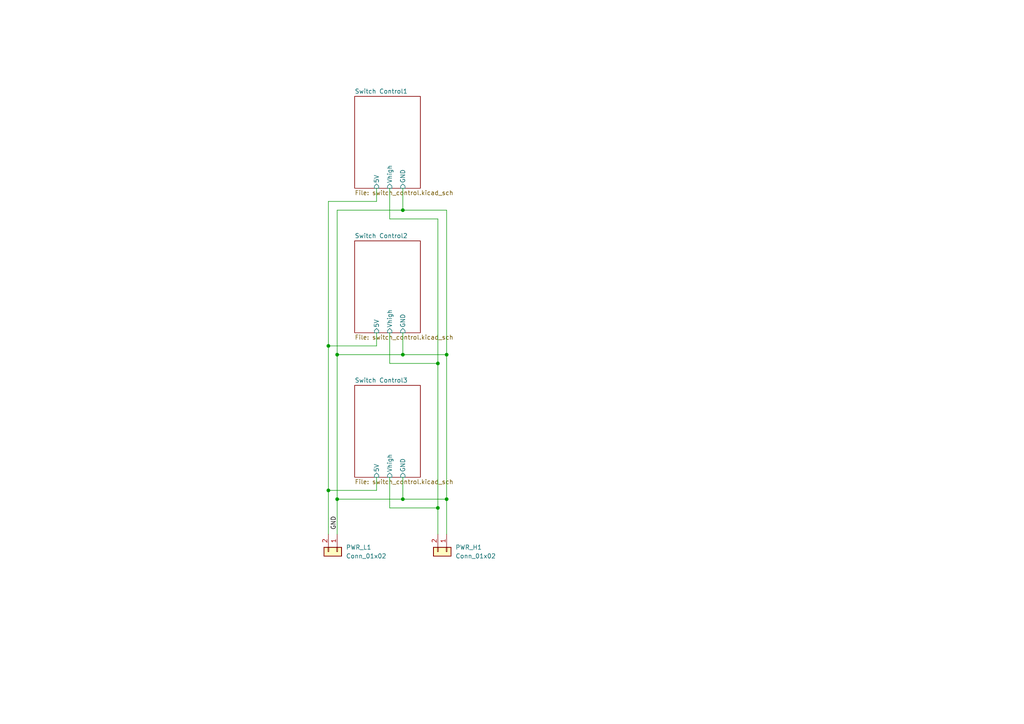
<source format=kicad_sch>
(kicad_sch (version 20211123) (generator eeschema)

  (uuid c4a8850d-60fb-4f74-b15c-f5d2234baa6f)

  (paper "A4")

  (title_block
    (title "Switch Matrix Distribution Board")
    (date "2022-06-08")
    (rev "1.2")
  )

  (lib_symbols
    (symbol "Conn_01x02_1" (pin_names (offset 1.016) hide) (in_bom yes) (on_board yes)
      (property "Reference" "J" (id 0) (at 0 2.54 0)
        (effects (font (size 1.27 1.27)))
      )
      (property "Value" "Conn_01x02_1" (id 1) (at 0 -5.08 0)
        (effects (font (size 1.27 1.27)))
      )
      (property "Footprint" "" (id 2) (at 0 0 0)
        (effects (font (size 1.27 1.27)) hide)
      )
      (property "Datasheet" "~" (id 3) (at 0 0 0)
        (effects (font (size 1.27 1.27)) hide)
      )
      (property "ki_keywords" "connector" (id 4) (at 0 0 0)
        (effects (font (size 1.27 1.27)) hide)
      )
      (property "ki_description" "Generic connector, single row, 01x02, script generated (kicad-library-utils/schlib/autogen/connector/)" (id 5) (at 0 0 0)
        (effects (font (size 1.27 1.27)) hide)
      )
      (property "ki_fp_filters" "Connector*:*_1x??_*" (id 6) (at 0 0 0)
        (effects (font (size 1.27 1.27)) hide)
      )
      (symbol "Conn_01x02_1_1_1"
        (rectangle (start -1.27 -2.413) (end 0 -2.667)
          (stroke (width 0.1524) (type default) (color 0 0 0 0))
          (fill (type none))
        )
        (rectangle (start -1.27 0.127) (end 0 -0.127)
          (stroke (width 0.1524) (type default) (color 0 0 0 0))
          (fill (type none))
        )
        (rectangle (start -1.27 1.27) (end 1.27 -3.81)
          (stroke (width 0.254) (type default) (color 0 0 0 0))
          (fill (type background))
        )
        (pin passive line (at -5.08 0 0) (length 3.81)
          (name "Pin_1" (effects (font (size 1.27 1.27))))
          (number "1" (effects (font (size 1.27 1.27))))
        )
        (pin passive line (at -5.08 -2.54 0) (length 3.81)
          (name "Pin_2" (effects (font (size 1.27 1.27))))
          (number "2" (effects (font (size 1.27 1.27))))
        )
      )
    )
    (symbol "Connector_Generic:Conn_01x02" (pin_names (offset 1.016) hide) (in_bom yes) (on_board yes)
      (property "Reference" "J" (id 0) (at 0 2.54 0)
        (effects (font (size 1.27 1.27)))
      )
      (property "Value" "Conn_01x02" (id 1) (at 0 -5.08 0)
        (effects (font (size 1.27 1.27)))
      )
      (property "Footprint" "" (id 2) (at 0 0 0)
        (effects (font (size 1.27 1.27)) hide)
      )
      (property "Datasheet" "~" (id 3) (at 0 0 0)
        (effects (font (size 1.27 1.27)) hide)
      )
      (property "ki_keywords" "connector" (id 4) (at 0 0 0)
        (effects (font (size 1.27 1.27)) hide)
      )
      (property "ki_description" "Generic connector, single row, 01x02, script generated (kicad-library-utils/schlib/autogen/connector/)" (id 5) (at 0 0 0)
        (effects (font (size 1.27 1.27)) hide)
      )
      (property "ki_fp_filters" "Connector*:*_1x??_*" (id 6) (at 0 0 0)
        (effects (font (size 1.27 1.27)) hide)
      )
      (symbol "Conn_01x02_1_1"
        (rectangle (start -1.27 -2.413) (end 0 -2.667)
          (stroke (width 0.1524) (type default) (color 0 0 0 0))
          (fill (type none))
        )
        (rectangle (start -1.27 0.127) (end 0 -0.127)
          (stroke (width 0.1524) (type default) (color 0 0 0 0))
          (fill (type none))
        )
        (rectangle (start -1.27 1.27) (end 1.27 -3.81)
          (stroke (width 0.254) (type default) (color 0 0 0 0))
          (fill (type background))
        )
        (pin passive line (at -5.08 0 0) (length 3.81)
          (name "Pin_1" (effects (font (size 1.27 1.27))))
          (number "1" (effects (font (size 1.27 1.27))))
        )
        (pin passive line (at -5.08 -2.54 0) (length 3.81)
          (name "Pin_2" (effects (font (size 1.27 1.27))))
          (number "2" (effects (font (size 1.27 1.27))))
        )
      )
    )
  )

  (junction (at 116.84 60.96) (diameter 0) (color 0 0 0 0)
    (uuid 128ce38b-ea48-45a3-a697-a9b6f45af4d6)
  )
  (junction (at 97.79 102.87) (diameter 0) (color 0 0 0 0)
    (uuid 304a5a87-9cd2-4b7f-a1cc-bae0d45566de)
  )
  (junction (at 116.84 102.87) (diameter 0) (color 0 0 0 0)
    (uuid 33adcd3b-3acc-464f-9929-20c47c58c73f)
  )
  (junction (at 116.84 144.78) (diameter 0) (color 0 0 0 0)
    (uuid 4def8ace-c3a1-494e-96b6-c2dff80eb0b9)
  )
  (junction (at 95.25 100.33) (diameter 0) (color 0 0 0 0)
    (uuid 53df3cf8-c1c6-4ae7-b43d-35b59736d654)
  )
  (junction (at 129.54 144.78) (diameter 0) (color 0 0 0 0)
    (uuid 86e9dbf0-db68-457c-bb9d-7708e8f6e62a)
  )
  (junction (at 95.25 142.24) (diameter 0) (color 0 0 0 0)
    (uuid b0e27687-0dad-4a49-b922-5a9d615efd8a)
  )
  (junction (at 129.54 102.87) (diameter 0) (color 0 0 0 0)
    (uuid c05979c4-f65d-4f68-aa1e-74db7e8e82fc)
  )
  (junction (at 127 147.32) (diameter 0) (color 0 0 0 0)
    (uuid cf11b71d-58ba-469b-9214-b51249443fc1)
  )
  (junction (at 97.79 144.78) (diameter 0) (color 0 0 0 0)
    (uuid d2d15236-b737-4cbc-b755-2f82724250ad)
  )
  (junction (at 127 105.41) (diameter 0) (color 0 0 0 0)
    (uuid e6fe552c-5af2-435d-ab28-7e2c6b9902e1)
  )

  (wire (pts (xy 97.79 102.87) (xy 116.84 102.87))
    (stroke (width 0) (type default) (color 0 0 0 0))
    (uuid 1c728225-5dcd-4e04-9dfb-d025cc58e489)
  )
  (wire (pts (xy 129.54 144.78) (xy 116.84 144.78))
    (stroke (width 0) (type default) (color 0 0 0 0))
    (uuid 1fc87da7-940e-44c2-9be3-ae0913fff5a9)
  )
  (wire (pts (xy 127 63.5) (xy 113.03 63.5))
    (stroke (width 0) (type default) (color 0 0 0 0))
    (uuid 27927d79-2483-4196-a8ca-00d1d7681268)
  )
  (wire (pts (xy 127 147.32) (xy 127 105.41))
    (stroke (width 0) (type default) (color 0 0 0 0))
    (uuid 35598a0a-938b-45e4-b8a4-322688c6066d)
  )
  (wire (pts (xy 109.22 100.33) (xy 109.22 96.52))
    (stroke (width 0) (type default) (color 0 0 0 0))
    (uuid 369fd737-a6f2-41e1-90fe-7bf386b976a4)
  )
  (wire (pts (xy 95.25 154.94) (xy 95.25 142.24))
    (stroke (width 0) (type default) (color 0 0 0 0))
    (uuid 380806df-b4d2-4b87-866d-255f1c190adc)
  )
  (wire (pts (xy 109.22 138.43) (xy 109.22 142.24))
    (stroke (width 0) (type default) (color 0 0 0 0))
    (uuid 43342d1a-129c-469b-b657-6effe0d90d21)
  )
  (wire (pts (xy 95.25 58.42) (xy 95.25 100.33))
    (stroke (width 0) (type default) (color 0 0 0 0))
    (uuid 49cb7eb5-7413-409f-b021-4e9318aaf62f)
  )
  (wire (pts (xy 109.22 54.61) (xy 109.22 58.42))
    (stroke (width 0) (type default) (color 0 0 0 0))
    (uuid 56541bf4-ba5e-4e44-95f7-6ae34a75d949)
  )
  (wire (pts (xy 95.25 142.24) (xy 95.25 100.33))
    (stroke (width 0) (type default) (color 0 0 0 0))
    (uuid 669ce492-6524-442a-b751-14c0698a8a3b)
  )
  (wire (pts (xy 97.79 144.78) (xy 116.84 144.78))
    (stroke (width 0) (type default) (color 0 0 0 0))
    (uuid 6893c981-3da8-4648-86aa-e5eb680ee7a7)
  )
  (wire (pts (xy 129.54 102.87) (xy 116.84 102.87))
    (stroke (width 0) (type default) (color 0 0 0 0))
    (uuid 78979a69-d70b-4906-a047-e611a11cf551)
  )
  (wire (pts (xy 109.22 142.24) (xy 95.25 142.24))
    (stroke (width 0) (type default) (color 0 0 0 0))
    (uuid 8e748fa4-f244-4f43-af80-37a1338bd702)
  )
  (wire (pts (xy 129.54 144.78) (xy 129.54 102.87))
    (stroke (width 0) (type default) (color 0 0 0 0))
    (uuid 98b73a0c-bda9-405a-a04e-ffea3b920641)
  )
  (wire (pts (xy 116.84 96.52) (xy 116.84 102.87))
    (stroke (width 0) (type default) (color 0 0 0 0))
    (uuid 9ac0994b-55e5-42ca-8065-b986b986e301)
  )
  (wire (pts (xy 97.79 102.87) (xy 97.79 144.78))
    (stroke (width 0) (type default) (color 0 0 0 0))
    (uuid 9b1b6307-c57c-4aef-8784-e2f140bfd02c)
  )
  (wire (pts (xy 127 147.32) (xy 113.03 147.32))
    (stroke (width 0) (type default) (color 0 0 0 0))
    (uuid af79b3c8-865b-47bc-8320-0a66acc8fd50)
  )
  (wire (pts (xy 116.84 60.96) (xy 116.84 54.61))
    (stroke (width 0) (type default) (color 0 0 0 0))
    (uuid b6dc5181-3180-45bc-99e3-2f6f90414d4f)
  )
  (wire (pts (xy 129.54 102.87) (xy 129.54 60.96))
    (stroke (width 0) (type default) (color 0 0 0 0))
    (uuid b8b2b30a-d599-4d10-a8fd-1cb4fabed28d)
  )
  (wire (pts (xy 127 154.94) (xy 127 147.32))
    (stroke (width 0) (type default) (color 0 0 0 0))
    (uuid c5d1e755-535b-4671-8c13-0440c7e2a54c)
  )
  (wire (pts (xy 113.03 63.5) (xy 113.03 54.61))
    (stroke (width 0) (type default) (color 0 0 0 0))
    (uuid c8ef1dbe-6084-46f1-9149-468249f70bf2)
  )
  (wire (pts (xy 116.84 138.43) (xy 116.84 144.78))
    (stroke (width 0) (type default) (color 0 0 0 0))
    (uuid ca20893e-c3d4-4c3a-ac22-175cfe9e4cc1)
  )
  (wire (pts (xy 97.79 60.96) (xy 116.84 60.96))
    (stroke (width 0) (type default) (color 0 0 0 0))
    (uuid ca26c147-21ec-48d6-b4d2-f91c9682f6eb)
  )
  (wire (pts (xy 113.03 105.41) (xy 113.03 96.52))
    (stroke (width 0) (type default) (color 0 0 0 0))
    (uuid d1bdf59b-cd38-44c9-b512-afc061d7ad15)
  )
  (wire (pts (xy 127 105.41) (xy 113.03 105.41))
    (stroke (width 0) (type default) (color 0 0 0 0))
    (uuid d78bdc25-e8f6-4579-b5a5-dc352d144bbe)
  )
  (wire (pts (xy 129.54 60.96) (xy 116.84 60.96))
    (stroke (width 0) (type default) (color 0 0 0 0))
    (uuid dd6baa86-7642-4a46-a54f-30154c7fa0c1)
  )
  (wire (pts (xy 97.79 60.96) (xy 97.79 102.87))
    (stroke (width 0) (type default) (color 0 0 0 0))
    (uuid df3e9aa7-f272-4bcc-bd95-86633e9e0d03)
  )
  (wire (pts (xy 113.03 138.43) (xy 113.03 147.32))
    (stroke (width 0) (type default) (color 0 0 0 0))
    (uuid e8c09ec4-b120-4c6b-904f-5ce1c6f746cd)
  )
  (wire (pts (xy 95.25 100.33) (xy 109.22 100.33))
    (stroke (width 0) (type default) (color 0 0 0 0))
    (uuid e975054c-b509-455e-90df-abd44bc9b4fb)
  )
  (wire (pts (xy 97.79 154.94) (xy 97.79 144.78))
    (stroke (width 0) (type default) (color 0 0 0 0))
    (uuid e9e7d201-7302-453b-aa3f-a26a74b038b9)
  )
  (wire (pts (xy 129.54 154.94) (xy 129.54 144.78))
    (stroke (width 0) (type default) (color 0 0 0 0))
    (uuid f310c823-5f15-4148-9d79-b4bb2091af43)
  )
  (wire (pts (xy 109.22 58.42) (xy 95.25 58.42))
    (stroke (width 0) (type default) (color 0 0 0 0))
    (uuid f578df0f-0e4f-4cc1-ad1e-25175a7ffd93)
  )
  (wire (pts (xy 127 105.41) (xy 127 63.5))
    (stroke (width 0) (type default) (color 0 0 0 0))
    (uuid fd439239-b2d2-4ccc-ba78-e868230a9747)
  )

  (label "GND" (at 97.79 153.67 90)
    (effects (font (size 1.27 1.27)) (justify left bottom))
    (uuid 6c3d0028-29a8-41a3-800f-e293a3c97ebd)
  )

  (symbol (lib_name "Conn_01x02_1") (lib_id "Connector_Generic:Conn_01x02") (at 129.54 160.02 270) (unit 1)
    (in_bom yes) (on_board yes) (fields_autoplaced)
    (uuid 10a3ef23-c80d-4584-b361-11a41113e976)
    (property "Reference" "PWR_H1" (id 0) (at 132.08 158.7499 90)
      (effects (font (size 1.27 1.27)) (justify left))
    )
    (property "Value" "Conn_01x02" (id 1) (at 132.08 161.2899 90)
      (effects (font (size 1.27 1.27)) (justify left))
    )
    (property "Footprint" "Connector_PinHeader_2.54mm:PinHeader_1x02_P2.54mm_Vertical" (id 2) (at 129.54 160.02 0)
      (effects (font (size 1.27 1.27)) hide)
    )
    (property "Datasheet" "~" (id 3) (at 129.54 160.02 0)
      (effects (font (size 1.27 1.27)) hide)
    )
    (pin "1" (uuid e2324a93-43e0-408e-ab91-bd2b4fe5050b))
    (pin "2" (uuid c5cde163-c2ef-400c-b374-fbc174ecefa1))
  )

  (symbol (lib_id "Connector_Generic:Conn_01x02") (at 97.79 160.02 270) (unit 1)
    (in_bom yes) (on_board yes) (fields_autoplaced)
    (uuid 761053ad-7966-411e-acc9-a4c75833af40)
    (property "Reference" "PWR_L1" (id 0) (at 100.33 158.7499 90)
      (effects (font (size 1.27 1.27)) (justify left))
    )
    (property "Value" "Conn_01x02" (id 1) (at 100.33 161.2899 90)
      (effects (font (size 1.27 1.27)) (justify left))
    )
    (property "Footprint" "Connector_PinHeader_2.54mm:PinHeader_1x02_P2.54mm_Vertical" (id 2) (at 97.79 160.02 0)
      (effects (font (size 1.27 1.27)) hide)
    )
    (property "Datasheet" "~" (id 3) (at 97.79 160.02 0)
      (effects (font (size 1.27 1.27)) hide)
    )
    (pin "1" (uuid 41a373f9-6b0e-4767-8937-df31b9185a5e))
    (pin "2" (uuid b3e6a64d-5852-4f6f-8986-1b6045d00a0d))
  )

  (sheet (at 102.87 111.76) (size 19.05 26.67) (fields_autoplaced)
    (stroke (width 0.1524) (type solid) (color 0 0 0 0))
    (fill (color 0 0 0 0.0000))
    (uuid 8ddb2271-93fc-4694-aade-89b76d5aba31)
    (property "Sheet name" "Switch Control3" (id 0) (at 102.87 111.0484 0)
      (effects (font (size 1.27 1.27)) (justify left bottom))
    )
    (property "Sheet file" "switch_control.kicad_sch" (id 1) (at 102.87 139.0146 0)
      (effects (font (size 1.27 1.27)) (justify left top))
    )
    (pin "Vhigh" input (at 113.03 138.43 270)
      (effects (font (size 1.27 1.27)) (justify left))
      (uuid c425d98a-06a7-499e-a350-c9cdbed183c4)
    )
    (pin "GND" input (at 116.84 138.43 270)
      (effects (font (size 1.27 1.27)) (justify left))
      (uuid 1bea37a5-5f63-4f7b-99c8-07c0bb040710)
    )
    (pin "5V" input (at 109.22 138.43 270)
      (effects (font (size 1.27 1.27)) (justify left))
      (uuid 963d5d8d-cabe-43bb-a4e6-a413facec24f)
    )
  )

  (sheet (at 102.87 27.94) (size 19.05 26.67) (fields_autoplaced)
    (stroke (width 0.1524) (type solid) (color 0 0 0 0))
    (fill (color 0 0 0 0.0000))
    (uuid c678c29a-9992-4ed2-9b3b-0872feefb35b)
    (property "Sheet name" "Switch Control1" (id 0) (at 102.87 27.2284 0)
      (effects (font (size 1.27 1.27)) (justify left bottom))
    )
    (property "Sheet file" "switch_control.kicad_sch" (id 1) (at 102.87 55.1946 0)
      (effects (font (size 1.27 1.27)) (justify left top))
    )
    (pin "Vhigh" input (at 113.03 54.61 270)
      (effects (font (size 1.27 1.27)) (justify left))
      (uuid cdde4afd-5bfe-461e-aacd-443ebcc7c177)
    )
    (pin "GND" input (at 116.84 54.61 270)
      (effects (font (size 1.27 1.27)) (justify left))
      (uuid be0c6e23-ecb3-4de1-a28b-e0a2431a93ca)
    )
    (pin "5V" input (at 109.22 54.61 270)
      (effects (font (size 1.27 1.27)) (justify left))
      (uuid 22de0d6d-6f90-417d-8840-e1ee93d07ff5)
    )
  )

  (sheet (at 102.87 69.85) (size 19.05 26.67) (fields_autoplaced)
    (stroke (width 0.1524) (type solid) (color 0 0 0 0))
    (fill (color 0 0 0 0.0000))
    (uuid ff33e203-4f08-47d5-ae68-976d8b9b6fd0)
    (property "Sheet name" "Switch Control2" (id 0) (at 102.87 69.1384 0)
      (effects (font (size 1.27 1.27)) (justify left bottom))
    )
    (property "Sheet file" "switch_control.kicad_sch" (id 1) (at 102.87 97.1046 0)
      (effects (font (size 1.27 1.27)) (justify left top))
    )
    (pin "Vhigh" input (at 113.03 96.52 270)
      (effects (font (size 1.27 1.27)) (justify left))
      (uuid bb35627b-56b3-43c7-91bc-7d25462e28df)
    )
    (pin "GND" input (at 116.84 96.52 270)
      (effects (font (size 1.27 1.27)) (justify left))
      (uuid 6d13f803-c3a2-471f-8130-d8a02d6f8ba7)
    )
    (pin "5V" input (at 109.22 96.52 270)
      (effects (font (size 1.27 1.27)) (justify left))
      (uuid 9e581082-f0a3-49fa-b189-ebe2d53c1411)
    )
  )

  (sheet_instances
    (path "/" (page "1"))
    (path "/ff33e203-4f08-47d5-ae68-976d8b9b6fd0" (page "2"))
    (path "/c678c29a-9992-4ed2-9b3b-0872feefb35b" (page "9"))
    (path "/8ddb2271-93fc-4694-aade-89b76d5aba31" (page "18"))
  )

  (symbol_instances
    (path "/ff33e203-4f08-47d5-ae68-976d8b9b6fd0/0e629e01-2979-4c19-b3b0-3253b8187e18"
      (reference "#PWR01") (unit 1) (value "GND") (footprint "")
    )
    (path "/ff33e203-4f08-47d5-ae68-976d8b9b6fd0/c10be7d2-8504-47d7-ae26-c7e177b94f84"
      (reference "#PWR02") (unit 1) (value "GND") (footprint "")
    )
    (path "/ff33e203-4f08-47d5-ae68-976d8b9b6fd0/c0c21d5b-aa15-469f-9d67-6d1c3dcf8284"
      (reference "#PWR03") (unit 1) (value "GND") (footprint "")
    )
    (path "/ff33e203-4f08-47d5-ae68-976d8b9b6fd0/0da30ef3-71e3-4c55-a770-e72e022b5278"
      (reference "#PWR04") (unit 1) (value "GND") (footprint "")
    )
    (path "/ff33e203-4f08-47d5-ae68-976d8b9b6fd0/64afd54a-0a4b-46d0-9529-f54f65a3af16"
      (reference "#PWR05") (unit 1) (value "GND") (footprint "")
    )
    (path "/ff33e203-4f08-47d5-ae68-976d8b9b6fd0/254ede25-6066-437e-930c-abe8bf7b06ee"
      (reference "#PWR06") (unit 1) (value "GND") (footprint "")
    )
    (path "/c678c29a-9992-4ed2-9b3b-0872feefb35b/0e629e01-2979-4c19-b3b0-3253b8187e18"
      (reference "#PWR07") (unit 1) (value "GND") (footprint "")
    )
    (path "/c678c29a-9992-4ed2-9b3b-0872feefb35b/c10be7d2-8504-47d7-ae26-c7e177b94f84"
      (reference "#PWR08") (unit 1) (value "GND") (footprint "")
    )
    (path "/c678c29a-9992-4ed2-9b3b-0872feefb35b/c0c21d5b-aa15-469f-9d67-6d1c3dcf8284"
      (reference "#PWR09") (unit 1) (value "GND") (footprint "")
    )
    (path "/c678c29a-9992-4ed2-9b3b-0872feefb35b/0da30ef3-71e3-4c55-a770-e72e022b5278"
      (reference "#PWR010") (unit 1) (value "GND") (footprint "")
    )
    (path "/c678c29a-9992-4ed2-9b3b-0872feefb35b/64afd54a-0a4b-46d0-9529-f54f65a3af16"
      (reference "#PWR011") (unit 1) (value "GND") (footprint "")
    )
    (path "/c678c29a-9992-4ed2-9b3b-0872feefb35b/254ede25-6066-437e-930c-abe8bf7b06ee"
      (reference "#PWR012") (unit 1) (value "GND") (footprint "")
    )
    (path "/8ddb2271-93fc-4694-aade-89b76d5aba31/0e629e01-2979-4c19-b3b0-3253b8187e18"
      (reference "#PWR013") (unit 1) (value "GND") (footprint "")
    )
    (path "/8ddb2271-93fc-4694-aade-89b76d5aba31/c10be7d2-8504-47d7-ae26-c7e177b94f84"
      (reference "#PWR014") (unit 1) (value "GND") (footprint "")
    )
    (path "/8ddb2271-93fc-4694-aade-89b76d5aba31/c0c21d5b-aa15-469f-9d67-6d1c3dcf8284"
      (reference "#PWR015") (unit 1) (value "GND") (footprint "")
    )
    (path "/8ddb2271-93fc-4694-aade-89b76d5aba31/0da30ef3-71e3-4c55-a770-e72e022b5278"
      (reference "#PWR016") (unit 1) (value "GND") (footprint "")
    )
    (path "/8ddb2271-93fc-4694-aade-89b76d5aba31/64afd54a-0a4b-46d0-9529-f54f65a3af16"
      (reference "#PWR017") (unit 1) (value "GND") (footprint "")
    )
    (path "/8ddb2271-93fc-4694-aade-89b76d5aba31/254ede25-6066-437e-930c-abe8bf7b06ee"
      (reference "#PWR018") (unit 1) (value "GND") (footprint "")
    )
    (path "/ff33e203-4f08-47d5-ae68-976d8b9b6fd0/bb499769-d79a-4090-8154-7fd1d9ec95eb"
      (reference "D1") (unit 1) (value "SM4002PL-TP") (footprint "SamacSys_Parts:SODFL3616X135N")
    )
    (path "/ff33e203-4f08-47d5-ae68-976d8b9b6fd0/9e3f07b5-5b5d-4d9c-997b-aeede468f9fb"
      (reference "D2") (unit 1) (value "SM4002PL-TP") (footprint "SamacSys_Parts:SODFL3616X135N")
    )
    (path "/ff33e203-4f08-47d5-ae68-976d8b9b6fd0/2e9c5df5-adcf-45b6-988f-0008857fa665"
      (reference "D3") (unit 1) (value "SM4002PL-TP") (footprint "SamacSys_Parts:SODFL3616X135N")
    )
    (path "/ff33e203-4f08-47d5-ae68-976d8b9b6fd0/5aadcff3-8e0d-49f9-80b7-bc28bfccd41f"
      (reference "D4") (unit 1) (value "SM4002PL-TP") (footprint "SamacSys_Parts:SODFL3616X135N")
    )
    (path "/ff33e203-4f08-47d5-ae68-976d8b9b6fd0/e9b96d8e-69f6-46d0-a80b-90cb5c318ad6"
      (reference "D5") (unit 1) (value "SM4002PL-TP") (footprint "SamacSys_Parts:SODFL3616X135N")
    )
    (path "/ff33e203-4f08-47d5-ae68-976d8b9b6fd0/92bc8f86-fd76-421f-84f4-c00926a5603c"
      (reference "D6") (unit 1) (value "SM4002PL-TP") (footprint "SamacSys_Parts:SODFL3616X135N")
    )
    (path "/ff33e203-4f08-47d5-ae68-976d8b9b6fd0/89629ec6-e0bb-4158-b9bd-7adfedd5630e"
      (reference "D7") (unit 1) (value "SM4002PL-TP") (footprint "SamacSys_Parts:SODFL3616X135N")
    )
    (path "/ff33e203-4f08-47d5-ae68-976d8b9b6fd0/b9bfad92-b1f0-4fe9-a768-f98fe59c6dec"
      (reference "D8") (unit 1) (value "SM4002PL-TP") (footprint "SamacSys_Parts:SODFL3616X135N")
    )
    (path "/c678c29a-9992-4ed2-9b3b-0872feefb35b/bb499769-d79a-4090-8154-7fd1d9ec95eb"
      (reference "D9") (unit 1) (value "SM4002PL-TP") (footprint "SamacSys_Parts:SODFL3616X135N")
    )
    (path "/c678c29a-9992-4ed2-9b3b-0872feefb35b/9e3f07b5-5b5d-4d9c-997b-aeede468f9fb"
      (reference "D10") (unit 1) (value "SM4002PL-TP") (footprint "SamacSys_Parts:SODFL3616X135N")
    )
    (path "/c678c29a-9992-4ed2-9b3b-0872feefb35b/2e9c5df5-adcf-45b6-988f-0008857fa665"
      (reference "D11") (unit 1) (value "SM4002PL-TP") (footprint "SamacSys_Parts:SODFL3616X135N")
    )
    (path "/c678c29a-9992-4ed2-9b3b-0872feefb35b/5aadcff3-8e0d-49f9-80b7-bc28bfccd41f"
      (reference "D12") (unit 1) (value "SM4002PL-TP") (footprint "SamacSys_Parts:SODFL3616X135N")
    )
    (path "/c678c29a-9992-4ed2-9b3b-0872feefb35b/e9b96d8e-69f6-46d0-a80b-90cb5c318ad6"
      (reference "D13") (unit 1) (value "SM4002PL-TP") (footprint "SamacSys_Parts:SODFL3616X135N")
    )
    (path "/c678c29a-9992-4ed2-9b3b-0872feefb35b/92bc8f86-fd76-421f-84f4-c00926a5603c"
      (reference "D14") (unit 1) (value "SM4002PL-TP") (footprint "SamacSys_Parts:SODFL3616X135N")
    )
    (path "/c678c29a-9992-4ed2-9b3b-0872feefb35b/89629ec6-e0bb-4158-b9bd-7adfedd5630e"
      (reference "D15") (unit 1) (value "SM4002PL-TP") (footprint "SamacSys_Parts:SODFL3616X135N")
    )
    (path "/c678c29a-9992-4ed2-9b3b-0872feefb35b/b9bfad92-b1f0-4fe9-a768-f98fe59c6dec"
      (reference "D16") (unit 1) (value "SM4002PL-TP") (footprint "SamacSys_Parts:SODFL3616X135N")
    )
    (path "/8ddb2271-93fc-4694-aade-89b76d5aba31/bb499769-d79a-4090-8154-7fd1d9ec95eb"
      (reference "D17") (unit 1) (value "SM4002PL-TP") (footprint "SamacSys_Parts:SODFL3616X135N")
    )
    (path "/8ddb2271-93fc-4694-aade-89b76d5aba31/9e3f07b5-5b5d-4d9c-997b-aeede468f9fb"
      (reference "D18") (unit 1) (value "SM4002PL-TP") (footprint "SamacSys_Parts:SODFL3616X135N")
    )
    (path "/8ddb2271-93fc-4694-aade-89b76d5aba31/2e9c5df5-adcf-45b6-988f-0008857fa665"
      (reference "D19") (unit 1) (value "SM4002PL-TP") (footprint "SamacSys_Parts:SODFL3616X135N")
    )
    (path "/8ddb2271-93fc-4694-aade-89b76d5aba31/5aadcff3-8e0d-49f9-80b7-bc28bfccd41f"
      (reference "D20") (unit 1) (value "SM4002PL-TP") (footprint "SamacSys_Parts:SODFL3616X135N")
    )
    (path "/8ddb2271-93fc-4694-aade-89b76d5aba31/e9b96d8e-69f6-46d0-a80b-90cb5c318ad6"
      (reference "D21") (unit 1) (value "SM4002PL-TP") (footprint "SamacSys_Parts:SODFL3616X135N")
    )
    (path "/8ddb2271-93fc-4694-aade-89b76d5aba31/92bc8f86-fd76-421f-84f4-c00926a5603c"
      (reference "D22") (unit 1) (value "SM4002PL-TP") (footprint "SamacSys_Parts:SODFL3616X135N")
    )
    (path "/8ddb2271-93fc-4694-aade-89b76d5aba31/89629ec6-e0bb-4158-b9bd-7adfedd5630e"
      (reference "D23") (unit 1) (value "SM4002PL-TP") (footprint "SamacSys_Parts:SODFL3616X135N")
    )
    (path "/8ddb2271-93fc-4694-aade-89b76d5aba31/b9bfad92-b1f0-4fe9-a768-f98fe59c6dec"
      (reference "D24") (unit 1) (value "SM4002PL-TP") (footprint "SamacSys_Parts:SODFL3616X135N")
    )
    (path "/ff33e203-4f08-47d5-ae68-976d8b9b6fd0/a4402af5-fb77-4b9b-93f9-9611633b66b6"
      (reference "IC1") (unit 1) (value "TMUX6219DGKRQ1") (footprint "SamacSys_Parts:SOP65P490X110-8N")
    )
    (path "/ff33e203-4f08-47d5-ae68-976d8b9b6fd0/c2b9b683-e843-48f8-b851-0e0393d0a49b"
      (reference "IC2") (unit 1) (value "TBD62781AFWG,EL") (footprint "SamacSys_Parts:SOIC127P1032X285-18N")
    )
    (path "/ff33e203-4f08-47d5-ae68-976d8b9b6fd0/d1dfd26f-ad74-4de4-b80f-27fa8b739efe"
      (reference "IC3") (unit 1) (value "TMUX6219DGKRQ1") (footprint "SamacSys_Parts:SOP65P490X110-8N")
    )
    (path "/c678c29a-9992-4ed2-9b3b-0872feefb35b/a4402af5-fb77-4b9b-93f9-9611633b66b6"
      (reference "IC4") (unit 1) (value "TMUX6219DGKRQ1") (footprint "SamacSys_Parts:SOP65P490X110-8N")
    )
    (path "/c678c29a-9992-4ed2-9b3b-0872feefb35b/c2b9b683-e843-48f8-b851-0e0393d0a49b"
      (reference "IC5") (unit 1) (value "TBD62781AFWG,EL") (footprint "SamacSys_Parts:SOIC127P1032X285-18N")
    )
    (path "/c678c29a-9992-4ed2-9b3b-0872feefb35b/d1dfd26f-ad74-4de4-b80f-27fa8b739efe"
      (reference "IC6") (unit 1) (value "TMUX6219DGKRQ1") (footprint "SamacSys_Parts:SOP65P490X110-8N")
    )
    (path "/8ddb2271-93fc-4694-aade-89b76d5aba31/a4402af5-fb77-4b9b-93f9-9611633b66b6"
      (reference "IC7") (unit 1) (value "TMUX6219DGKRQ1") (footprint "SamacSys_Parts:SOP65P490X110-8N")
    )
    (path "/8ddb2271-93fc-4694-aade-89b76d5aba31/c2b9b683-e843-48f8-b851-0e0393d0a49b"
      (reference "IC8") (unit 1) (value "TBD62781AFWG,EL") (footprint "SamacSys_Parts:SOIC127P1032X285-18N")
    )
    (path "/8ddb2271-93fc-4694-aade-89b76d5aba31/d1dfd26f-ad74-4de4-b80f-27fa8b739efe"
      (reference "IC9") (unit 1) (value "TMUX6219DGKRQ1") (footprint "SamacSys_Parts:SOP65P490X110-8N")
    )
    (path "/ff33e203-4f08-47d5-ae68-976d8b9b6fd0/e0abb722-8bf1-4ebf-98f8-4f6025e6c59b"
      (reference "J1") (unit 1) (value "Conn_01x08_Male") (footprint "Connector_PinHeader_2.54mm:PinHeader_1x08_P2.54mm_Vertical")
    )
    (path "/ff33e203-4f08-47d5-ae68-976d8b9b6fd0/5e9254a3-a58a-4cff-bd49-fc7f4bda69ed"
      (reference "J2") (unit 1) (value "Screw_Terminal_01x07") (footprint "TerminalBlock_Phoenix:TerminalBlock_Phoenix_MKDS-1,5-7-5.08_1x07_P5.08mm_Horizontal")
    )
    (path "/c678c29a-9992-4ed2-9b3b-0872feefb35b/e0abb722-8bf1-4ebf-98f8-4f6025e6c59b"
      (reference "J3") (unit 1) (value "Conn_01x08_Male") (footprint "Connector_PinHeader_2.54mm:PinHeader_1x08_P2.54mm_Vertical")
    )
    (path "/c678c29a-9992-4ed2-9b3b-0872feefb35b/5e9254a3-a58a-4cff-bd49-fc7f4bda69ed"
      (reference "J4") (unit 1) (value "Screw_Terminal_01x07") (footprint "TerminalBlock_Phoenix:TerminalBlock_Phoenix_MKDS-1,5-7-5.08_1x07_P5.08mm_Horizontal")
    )
    (path "/8ddb2271-93fc-4694-aade-89b76d5aba31/e0abb722-8bf1-4ebf-98f8-4f6025e6c59b"
      (reference "J5") (unit 1) (value "Conn_01x08_Male") (footprint "Connector_PinHeader_2.54mm:PinHeader_1x08_P2.54mm_Vertical")
    )
    (path "/8ddb2271-93fc-4694-aade-89b76d5aba31/5e9254a3-a58a-4cff-bd49-fc7f4bda69ed"
      (reference "J6") (unit 1) (value "Screw_Terminal_01x07") (footprint "TerminalBlock_Phoenix:TerminalBlock_Phoenix_MKDS-1,5-7-5.08_1x07_P5.08mm_Horizontal")
    )
    (path "/10a3ef23-c80d-4584-b361-11a41113e976"
      (reference "PWR_H1") (unit 1) (value "Conn_01x02") (footprint "Connector_PinHeader_2.54mm:PinHeader_1x02_P2.54mm_Vertical")
    )
    (path "/761053ad-7966-411e-acc9-a4c75833af40"
      (reference "PWR_L1") (unit 1) (value "Conn_01x02") (footprint "Connector_PinHeader_2.54mm:PinHeader_1x02_P2.54mm_Vertical")
    )
    (path "/ff33e203-4f08-47d5-ae68-976d8b9b6fd0/db69b21d-a751-4595-b78f-d835232143b9"
      (reference "SPDT1") (unit 1) (value "TMUX1248DCKR") (footprint "SamacSys_Parts:SOT65P210X110-6N")
    )
    (path "/ff33e203-4f08-47d5-ae68-976d8b9b6fd0/8a8ab07e-274e-42d1-ab0e-f00bfde1aa32"
      (reference "SPDT2") (unit 1) (value "TMUX1248DCKR") (footprint "SamacSys_Parts:SOT65P210X110-6N")
    )
    (path "/ff33e203-4f08-47d5-ae68-976d8b9b6fd0/52265b42-385b-4092-8a0c-e02549ab2182"
      (reference "SPDT3") (unit 1) (value "TMUX1248DCKR") (footprint "SamacSys_Parts:SOT65P210X110-6N")
    )
    (path "/ff33e203-4f08-47d5-ae68-976d8b9b6fd0/f1de2dbf-60e1-4157-8e82-cd51c0eced13"
      (reference "SPDT4") (unit 1) (value "TMUX1248DCKR") (footprint "SamacSys_Parts:SOT65P210X110-6N")
    )
    (path "/ff33e203-4f08-47d5-ae68-976d8b9b6fd0/33fbbdea-3ca8-4412-89c8-f69e6658f230"
      (reference "SPDT5") (unit 1) (value "TMUX1248DCKR") (footprint "SamacSys_Parts:SOT65P210X110-6N")
    )
    (path "/ff33e203-4f08-47d5-ae68-976d8b9b6fd0/03b66432-4759-4e52-9284-0c440d13c0ff"
      (reference "SPDT6") (unit 1) (value "TMUX1248DCKR") (footprint "SamacSys_Parts:SOT65P210X110-6N")
    )
    (path "/c678c29a-9992-4ed2-9b3b-0872feefb35b/db69b21d-a751-4595-b78f-d835232143b9"
      (reference "SPDT7") (unit 1) (value "TMUX1248DCKR") (footprint "SamacSys_Parts:SOT65P210X110-6N")
    )
    (path "/c678c29a-9992-4ed2-9b3b-0872feefb35b/8a8ab07e-274e-42d1-ab0e-f00bfde1aa32"
      (reference "SPDT8") (unit 1) (value "TMUX1248DCKR") (footprint "SamacSys_Parts:SOT65P210X110-6N")
    )
    (path "/c678c29a-9992-4ed2-9b3b-0872feefb35b/52265b42-385b-4092-8a0c-e02549ab2182"
      (reference "SPDT9") (unit 1) (value "TMUX1248DCKR") (footprint "SamacSys_Parts:SOT65P210X110-6N")
    )
    (path "/c678c29a-9992-4ed2-9b3b-0872feefb35b/f1de2dbf-60e1-4157-8e82-cd51c0eced13"
      (reference "SPDT10") (unit 1) (value "TMUX1248DCKR") (footprint "SamacSys_Parts:SOT65P210X110-6N")
    )
    (path "/c678c29a-9992-4ed2-9b3b-0872feefb35b/33fbbdea-3ca8-4412-89c8-f69e6658f230"
      (reference "SPDT11") (unit 1) (value "TMUX1248DCKR") (footprint "SamacSys_Parts:SOT65P210X110-6N")
    )
    (path "/c678c29a-9992-4ed2-9b3b-0872feefb35b/03b66432-4759-4e52-9284-0c440d13c0ff"
      (reference "SPDT12") (unit 1) (value "TMUX1248DCKR") (footprint "SamacSys_Parts:SOT65P210X110-6N")
    )
    (path "/8ddb2271-93fc-4694-aade-89b76d5aba31/db69b21d-a751-4595-b78f-d835232143b9"
      (reference "SPDT13") (unit 1) (value "TMUX1248DCKR") (footprint "SamacSys_Parts:SOT65P210X110-6N")
    )
    (path "/8ddb2271-93fc-4694-aade-89b76d5aba31/8a8ab07e-274e-42d1-ab0e-f00bfde1aa32"
      (reference "SPDT14") (unit 1) (value "TMUX1248DCKR") (footprint "SamacSys_Parts:SOT65P210X110-6N")
    )
    (path "/8ddb2271-93fc-4694-aade-89b76d5aba31/52265b42-385b-4092-8a0c-e02549ab2182"
      (reference "SPDT15") (unit 1) (value "TMUX1248DCKR") (footprint "SamacSys_Parts:SOT65P210X110-6N")
    )
    (path "/8ddb2271-93fc-4694-aade-89b76d5aba31/f1de2dbf-60e1-4157-8e82-cd51c0eced13"
      (reference "SPDT16") (unit 1) (value "TMUX1248DCKR") (footprint "SamacSys_Parts:SOT65P210X110-6N")
    )
    (path "/8ddb2271-93fc-4694-aade-89b76d5aba31/33fbbdea-3ca8-4412-89c8-f69e6658f230"
      (reference "SPDT17") (unit 1) (value "TMUX1248DCKR") (footprint "SamacSys_Parts:SOT65P210X110-6N")
    )
    (path "/8ddb2271-93fc-4694-aade-89b76d5aba31/03b66432-4759-4e52-9284-0c440d13c0ff"
      (reference "SPDT18") (unit 1) (value "TMUX1248DCKR") (footprint "SamacSys_Parts:SOT65P210X110-6N")
    )
    (path "/ff33e203-4f08-47d5-ae68-976d8b9b6fd0/ae9c8680-1b97-4415-b60d-428441fc0066"
      (reference "U1") (unit 1) (value "ULN2003A") (footprint "SamacSys_Parts:SOP65P640X120-16N")
    )
    (path "/c678c29a-9992-4ed2-9b3b-0872feefb35b/ae9c8680-1b97-4415-b60d-428441fc0066"
      (reference "U2") (unit 1) (value "ULN2003A") (footprint "SamacSys_Parts:SOP65P640X120-16N")
    )
    (path "/8ddb2271-93fc-4694-aade-89b76d5aba31/ae9c8680-1b97-4415-b60d-428441fc0066"
      (reference "U3") (unit 1) (value "ULN2003A") (footprint "SamacSys_Parts:SOP65P640X120-16N")
    )
  )
)

</source>
